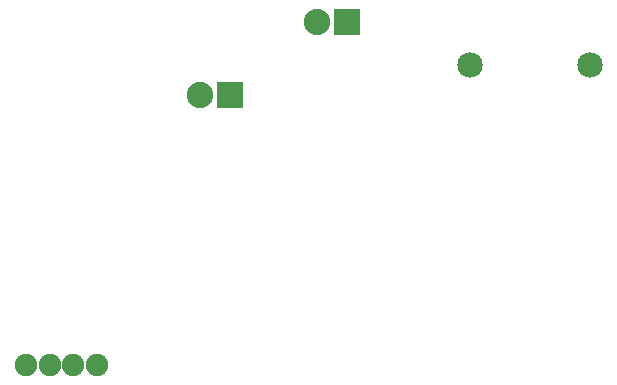
<source format=gbs>
G04 MADE WITH FRITZING*
G04 WWW.FRITZING.ORG*
G04 DOUBLE SIDED*
G04 HOLES PLATED*
G04 CONTOUR ON CENTER OF CONTOUR VECTOR*
%ASAXBY*%
%FSLAX23Y23*%
%MOIN*%
%OFA0B0*%
%SFA1.0B1.0*%
%ADD10C,0.085000*%
%ADD11C,0.075000*%
%ADD12C,0.088000*%
%ADD13R,0.088000X0.088000*%
%LNMASK0*%
G90*
G70*
G54D10*
X1656Y2033D03*
X2056Y2033D03*
G54D11*
X177Y1033D03*
X256Y1033D03*
X334Y1033D03*
X413Y1033D03*
G54D12*
X1247Y2175D03*
X1147Y2175D03*
X856Y1933D03*
X756Y1933D03*
G54D13*
X1247Y2175D03*
X856Y1933D03*
G04 End of Mask0*
M02*
</source>
